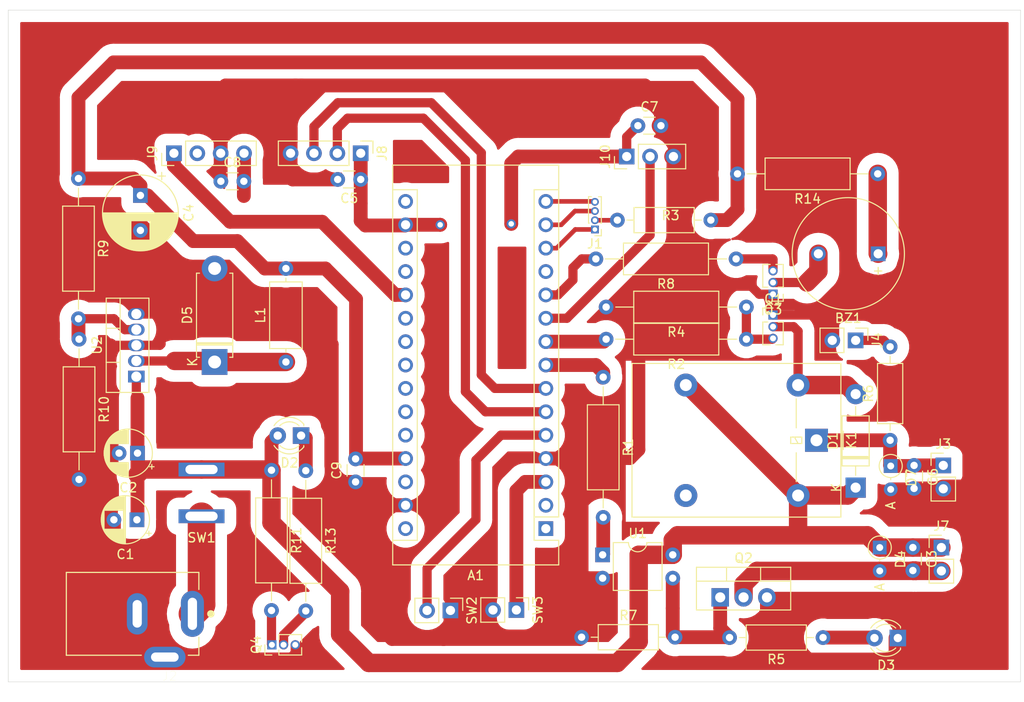
<source format=kicad_pcb>
(kicad_pcb (version 20171130) (host pcbnew "(5.1.7)-1")
  (layers (0 F.Cu signal) (31 B.Cu signal) (34 B.Paste user) (35 F.Paste user) (36 B.SilkS user) (37 F.SilkS user) (38 B.Mask user) (39 F.Mask user) (44 Edge.Cuts user))
  (net 0 "")
  (net 1 "Net-(A1-Pad16)")
  (net 2 "Net-(A1-Pad30)")
  (net 3 GND)
  (net 4 "Net-(A1-Pad28)")
  (net 5 "Net-(A1-Pad12)")
  (net 6 +5V)
  (net 7 BUZZER)
  (net 8 "Net-(A1-Pad26)")
  (net 9 RELAY_TUOI)
  (net 10 "Net-(A1-Pad25)")
  (net 11 "Net-(A1-Pad24)")
  (net 12 SIG_MOTOR)
  (net 13 "Net-(A1-Pad23)")
  (net 14 SIG_DHT)
  (net 15 "Net-(A1-Pad22)")
  (net 16 ZIG_RX)
  (net 17 "Net-(A1-Pad21)")
  (net 18 ZIG_TX)
  (net 19 A1)
  (net 20 "Net-(A1-Pad19)")
  (net 21 "Net-(A1-Pad18)")
  (net 22 "Net-(A1-Pad2)")
  (net 23 "Net-(A1-Pad1)")
  (net 24 "Net-(BZ1-Pad2)")
  (net 25 +12V)
  (net 26 "Net-(C3-Pad2)")
  (net 27 "Net-(D1-Pad2)")
  (net 28 "Net-(D3-Pad2)")
  (net 29 "Net-(D5-Pad1)")
  (net 30 "Net-(J2-Pad1)")
  (net 31 "Net-(J4-Pad1)")
  (net 32 "Net-(K1-Pad4)")
  (net 33 "Net-(Q1-Pad3)")
  (net 34 "Net-(Q2-Pad1)")
  (net 35 "Net-(Q3-Pad3)")
  (net 36 "Net-(R1-Pad2)")
  (net 37 "Net-(R10-Pad1)")
  (net 38 "Net-(J9-Pad2)")
  (net 39 "Net-(A1-Pad3)")
  (net 40 B)
  (net 41 G)
  (net 42 R)
  (net 43 "Net-(J1-Pad2)")
  (net 44 "Net-(A1-Pad5)")
  (net 45 +3V3)
  (net 46 "Net-(BZ1-Pad1)")
  (net 47 "Net-(C6-Pad1)")
  (net 48 "Net-(D2-Pad1)")
  (net 49 "Net-(Q4-Pad2)")
  (net 50 "Net-(Q4-Pad1)")
  (module Capacitor_THT:C_Disc_D3.0mm_W1.6mm_P2.50mm (layer F.Cu) (at 48.4 37.8)
    (fp_text reference C8 (at 1.25 -2.05) (layer F.SilkS))
    (fp_text value 104)
    (pad 2 thru_hole circle (at 2.5 0) (size 1.6 1.6) (drill 0.8) (layers *.Cu *.Mask) (net 45 +3V3))
    (pad 1 thru_hole circle (at 0 0) (size 1.6 1.6) (drill 0.8) (layers *.Cu *.Mask) (net 3 GND))
  )
  (module Buzzer_Beeper:MagneticBuzzer_ProSignal_ABT-410-RC (layer F.Cu) (at 119.8336 45.6768 180)
    (fp_text reference BZ1 (at 3.25 -7) (layer F.SilkS))
    (fp_text value Buzzer)
    (fp_text user + (at 0 -1.8) (layer F.SilkS))
    (pad 2 thru_hole circle (at 6.5 0 180) (size 1.6 1.6) (drill 1) (layers *.Cu *.Mask) (net 24 "Net-(BZ1-Pad2)"))
    (pad 1 thru_hole rect (at 0 0 180) (size 1.6 1.6) (drill 1) (layers *.Cu *.Mask) (net 46 "Net-(BZ1-Pad1)"))
  )
  (module Capacitor_THT:C_Disc_D3.0mm_W1.6mm_P2.50mm (layer F.Cu) (at 93.7224 31.7576)
    (fp_text reference C7 (at 1.25 -2.05) (layer F.SilkS))
    (fp_text value 104)
    (pad 2 thru_hole circle (at 2.5 0) (size 1.6 1.6) (drill 0.8) (layers *.Cu *.Mask) (net 3 GND))
    (pad 1 thru_hole circle (at 0 0) (size 1.6 1.6) (drill 0.8) (layers *.Cu *.Mask) (net 45 +3V3))
  )
  (module Capacitor_THT:C_Disc_D3.0mm_W1.6mm_P2.50mm (layer F.Cu) (at 63.598 37.5996 180)
    (fp_text reference C5 (at 1.25 -2.05) (layer F.SilkS))
    (fp_text value 104)
    (pad 2 thru_hole circle (at 2.5 0 180) (size 1.6 1.6) (drill 0.8) (layers *.Cu *.Mask) (net 3 GND))
    (pad 1 thru_hole circle (at 0 0 180) (size 1.6 1.6) (drill 0.8) (layers *.Cu *.Mask) (net 45 +3V3))
  )
  (module Resistor_THT:R_Axial_DIN0207_L6.3mm_D2.5mm_P10.16mm_Horizontal (layer F.Cu) (at 101.6472 42.0192 180)
    (fp_text reference R3 (at 4.376 0.509) (layer F.SilkS))
    (fp_text value 220)
    (pad 2 thru_hole oval (at 10.16 0 180) (size 1.6 1.6) (drill 0.8) (layers *.Cu *.Mask) (net 43 "Net-(J1-Pad2)"))
    (pad 1 thru_hole circle (at 0 0 180) (size 1.6 1.6) (drill 0.8) (layers *.Cu *.Mask) (net 6 +5V))
  )
  (module Connector_PinHeader_1.00mm:PinHeader_1x04_P1.00mm_Vertical (layer F.Cu) (at 89.0488 43.0352 180)
    (fp_text reference J1 (at 0 -1.56) (layer F.SilkS))
    (fp_text value RGB)
    (pad 4 thru_hole oval (at 0 3 180) (size 0.85 0.85) (drill 0.5) (layers *.Cu *.Mask) (net 40 B))
    (pad 3 thru_hole oval (at 0 2 180) (size 0.85 0.85) (drill 0.5) (layers *.Cu *.Mask) (net 41 G))
    (pad 2 thru_hole oval (at 0 1 180) (size 0.85 0.85) (drill 0.5) (layers *.Cu *.Mask) (net 43 "Net-(J1-Pad2)"))
    (pad 1 thru_hole rect (at 0 0 180) (size 0.85 0.85) (drill 0.5) (layers *.Cu *.Mask) (net 42 R))
  )
  (module Connector_PinHeader_2.54mm:PinHeader_1x03_P2.54mm_Vertical (layer F.Cu) (at 92.5032 35.1104 90)
    (fp_text reference J10 (at 0 -2.33 90) (layer F.SilkS))
    (fp_text value DHT)
    (pad 3 thru_hole oval (at 0 5.08 90) (size 1.7 1.7) (drill 1) (layers *.Cu *.Mask) (net 3 GND))
    (pad 2 thru_hole oval (at 0 2.54 90) (size 1.7 1.7) (drill 1) (layers *.Cu *.Mask) (net 14 SIG_DHT))
    (pad 1 thru_hole rect (at 0 0 90) (size 1.7 1.7) (drill 1) (layers *.Cu *.Mask) (net 45 +3V3))
  )
  (module Capacitor_THT:C_Disc_D3.0mm_W1.6mm_P2.50mm (layer F.Cu) (at 63.0392 70.4672 90)
    (fp_text reference C9 (at 1.25 -2.05 90) (layer F.SilkS))
    (fp_text value 104)
    (pad 2 thru_hole circle (at 2.5 0 90) (size 1.6 1.6) (drill 0.8) (layers *.Cu *.Mask) (net 6 +5V))
    (pad 1 thru_hole circle (at 0 0 90) (size 1.6 1.6) (drill 0.8) (layers *.Cu *.Mask) (net 3 GND))
  )
  (module Connector_PinHeader_1.27mm:PinHeader_1x03_P1.27mm_Vertical (layer F.Cu) (at 108.4036 50.071 180)
    (fp_text reference Q3 (at 0 -1.695) (layer F.SilkS))
    (fp_text value 2SC1815)
    (pad 3 thru_hole oval (at 0 2.54 180) (size 1 1) (drill 0.65) (layers *.Cu *.Mask) (net 35 "Net-(Q3-Pad3)"))
    (pad 2 thru_hole oval (at 0 1.27 180) (size 1 1) (drill 0.65) (layers *.Cu *.Mask) (net 24 "Net-(BZ1-Pad2)"))
    (pad 1 thru_hole rect (at 0 0 180) (size 1 1) (drill 0.65) (layers *.Cu *.Mask) (net 3 GND))
  )
  (module Capacitor_THT:C_Disc_D3.0mm_W1.6mm_P2.50mm (layer F.Cu) (at 123.7325 68.6765 270)
    (fp_text reference C6 (at 1.25 -2.05 90) (layer F.SilkS))
    (fp_text value 104)
    (pad 2 thru_hole circle (at 2.5 0 270) (size 1.6 1.6) (drill 0.8) (layers *.Cu *.Mask) (net 3 GND))
    (pad 1 thru_hole circle (at 0 0 270) (size 1.6 1.6) (drill 0.8) (layers *.Cu *.Mask) (net 47 "Net-(C6-Pad1)"))
  )
  (module Connector_PinHeader_1.27mm:PinHeader_1x03_P1.27mm_Vertical (layer F.Cu) (at 108.4036 52.3316)
    (fp_text reference Q1 (at 0.0508 -1.7272) (layer F.SilkS))
    (fp_text value 2SC1815)
    (pad 3 thru_hole oval (at 0 2.54) (size 1 1) (drill 0.65) (layers *.Cu *.Mask) (net 33 "Net-(Q1-Pad3)"))
    (pad 2 thru_hole oval (at 0 1.27) (size 1 1) (drill 0.65) (layers *.Cu *.Mask) (net 27 "Net-(D1-Pad2)"))
    (pad 1 thru_hole rect (at 0 0) (size 1 1) (drill 0.65) (layers *.Cu *.Mask) (net 3 GND))
  )
  (module Capacitor_THT:C_Disc_D3.0mm_W1.6mm_P2.50mm (layer F.Cu) (at 123.6 77.6 270)
    (fp_text reference C3 (at 1.25 -2.05 90) (layer F.SilkS))
    (fp_text value 104)
    (pad 2 thru_hole circle (at 2.5 0 270) (size 1.6 1.6) (drill 0.8) (layers *.Cu *.Mask) (net 26 "Net-(C3-Pad2)"))
    (pad 1 thru_hole circle (at 0 0 270) (size 1.6 1.6) (drill 0.8) (layers *.Cu *.Mask) (net 25 +12V))
  )
  (module Capacitor_THT:CP_Radial_D5.0mm_P2.00mm (layer F.Cu) (at 39.341 67.343 180)
    (fp_text reference C2 (at 1 -3.75) (layer F.SilkS))
    (fp_text value 10uF)
    (pad 2 thru_hole circle (at 2 0 180) (size 1.6 1.6) (drill 0.8) (layers *.Cu *.Mask) (net 3 GND))
    (pad 1 thru_hole rect (at 0 0 180) (size 1.6 1.6) (drill 0.8) (layers *.Cu *.Mask) (net 25 +12V))
  )
  (module Connector_PinHeader_2.54mm:PinHeader_1x02_P2.54mm_Vertical (layer F.Cu) (at 46.3 74.2 180)
    (fp_text reference SW1 (at 0 -2.33 180) (layer F.SilkS))
    (fp_text value NGUON)
    (pad 1 thru_hole rect (at 0 0 180) (size 5 1.5) (drill oval 3.5 1) (layers *.Cu *.Mask) (net 30 "Net-(J2-Pad1)"))
    (pad 2 thru_hole rect (at 0 5.08 180) (size 5 1.5) (drill oval 3.5 1) (layers *.Cu *.Mask) (net 25 +12V))
  )
  (module Package_TO_SOT_THT:TO-220-5_Vertical (layer F.Cu) (at 39.214 59.0245 90)
    (fp_text reference U2 (at 3.4 -4.27 90) (layer F.SilkS))
    (fp_text value LM2576HVS-AJD)
    (pad 5 thru_hole oval (at 6.8 0 90) (size 1.275 1.8) (drill 1.1) (layers *.Cu *.Mask) (net 3 GND))
    (pad 4 thru_hole oval (at 5.1 0 90) (size 1.275 1.8) (drill 1.1) (layers *.Cu *.Mask) (net 37 "Net-(R10-Pad1)"))
    (pad 3 thru_hole oval (at 3.4 0 90) (size 1.275 1.8) (drill 1.1) (layers *.Cu *.Mask) (net 3 GND))
    (pad 2 thru_hole oval (at 1.7 0 90) (size 1.275 1.8) (drill 1.1) (layers *.Cu *.Mask) (net 29 "Net-(D5-Pad1)"))
    (pad 1 thru_hole rect (at 0 0 90) (size 1.275 1.8) (drill 1.1) (layers *.Cu *.Mask) (net 25 +12V))
  )
  (module Package_DIP:DIP-4_W7.62mm (layer F.Cu) (at 89.887 78.392)
    (fp_text reference U1 (at 3.81 -2.33) (layer F.SilkS))
    (fp_text value PC817)
    (pad 4 thru_hole oval (at 7.62 0) (size 1.6 1.6) (drill 0.8) (layers *.Cu *.Mask) (net 25 +12V))
    (pad 2 thru_hole oval (at 0 2.54) (size 1.6 1.6) (drill 0.8) (layers *.Cu *.Mask) (net 3 GND))
    (pad 3 thru_hole oval (at 7.62 2.54) (size 1.6 1.6) (drill 0.8) (layers *.Cu *.Mask) (net 34 "Net-(Q2-Pad1)"))
    (pad 1 thru_hole rect (at 0 0) (size 1.6 1.6) (drill 0.8) (layers *.Cu *.Mask) (net 36 "Net-(R1-Pad2)"))
  )
  (module Connector_PinHeader_2.54mm:PinHeader_1x02_P2.54mm_Vertical (layer F.Cu) (at 80.5144 84.3864 270)
    (fp_text reference SW3 (at 0 -2.33 90) (layer F.SilkS))
    (fp_text value RST)
    (pad 2 thru_hole oval (at 0 2.54 270) (size 1.7 1.7) (drill 1) (layers *.Cu *.Mask) (net 3 GND))
    (pad 1 thru_hole rect (at 0 0 270) (size 1.7 1.7) (drill 1) (layers *.Cu *.Mask) (net 39 "Net-(A1-Pad3)"))
  )
  (module Connector_PinHeader_2.54mm:PinHeader_1x02_P2.54mm_Vertical (layer F.Cu) (at 73.3516 84.4372 270)
    (fp_text reference SW2 (at 0 -2.33 90) (layer F.SilkS))
    (fp_text value CLEAR_EPR)
    (pad 2 thru_hole oval (at 0 2.54 270) (size 1.7 1.7) (drill 1) (layers *.Cu *.Mask) (net 44 "Net-(A1-Pad5)"))
    (pad 1 thru_hole rect (at 0 0 270) (size 1.7 1.7) (drill 1) (layers *.Cu *.Mask) (net 3 GND))
  )
  (module Resistor_THT:R_Axial_DIN0309_L9.0mm_D3.2mm_P15.24mm_Horizontal (layer F.Cu) (at 119.7828 36.99 180)
    (fp_text reference R14 (at 7.62 -2.72) (layer F.SilkS))
    (fp_text value 10R)
    (pad 2 thru_hole oval (at 15.24 0 180) (size 1.6 1.6) (drill 0.8) (layers *.Cu *.Mask) (net 6 +5V))
    (pad 1 thru_hole circle (at 0 0 180) (size 1.6 1.6) (drill 0.8) (layers *.Cu *.Mask) (net 46 "Net-(BZ1-Pad1)"))
  )
  (module Resistor_THT:R_Axial_DIN0309_L9.0mm_D3.2mm_P15.24mm_Horizontal (layer F.Cu) (at 57.629 69.248 270)
    (fp_text reference R13 (at 7.62 -2.72 90) (layer F.SilkS))
    (fp_text value 470)
    (pad 2 thru_hole oval (at 15.24 0 270) (size 1.6 1.6) (drill 0.8) (layers *.Cu *.Mask) (net 49 "Net-(Q4-Pad2)"))
    (pad 1 thru_hole circle (at 0 0 270) (size 1.6 1.6) (drill 0.8) (layers *.Cu *.Mask) (net 48 "Net-(D2-Pad1)"))
  )
  (module Resistor_THT:R_Axial_DIN0309_L9.0mm_D3.2mm_P15.24mm_Horizontal (layer F.Cu) (at 53.903 69.2 270)
    (fp_text reference R11 (at 7.62 -2.72 90) (layer F.SilkS))
    (fp_text value 1K)
    (pad 2 thru_hole oval (at 15.24 0 270) (size 1.6 1.6) (drill 0.8) (layers *.Cu *.Mask) (net 50 "Net-(Q4-Pad1)"))
    (pad 1 thru_hole circle (at 0 0 270) (size 1.6 1.6) (drill 0.8) (layers *.Cu *.Mask) (net 25 +12V))
  )
  (module Resistor_THT:R_Axial_DIN0309_L9.0mm_D3.2mm_P15.24mm_Horizontal (layer F.Cu) (at 32.991 54.9605 270)
    (fp_text reference R10 (at 7.62 -2.72 90) (layer F.SilkS))
    (fp_text value 1K)
    (pad 2 thru_hole oval (at 15.24 0 270) (size 1.6 1.6) (drill 0.8) (layers *.Cu *.Mask) (net 3 GND))
    (pad 1 thru_hole circle (at 0 0 270) (size 1.6 1.6) (drill 0.8) (layers *.Cu *.Mask) (net 37 "Net-(R10-Pad1)"))
  )
  (module Resistor_THT:R_Axial_DIN0309_L9.0mm_D3.2mm_P15.24mm_Horizontal (layer F.Cu) (at 32.9275 37.498 270)
    (fp_text reference R9 (at 7.62 -2.72 90) (layer F.SilkS))
    (fp_text value 3K)
    (pad 2 thru_hole oval (at 15.24 0 270) (size 1.6 1.6) (drill 0.8) (layers *.Cu *.Mask) (net 37 "Net-(R10-Pad1)"))
    (pad 1 thru_hole circle (at 0 0 270) (size 1.6 1.6) (drill 0.8) (layers *.Cu *.Mask) (net 6 +5V))
  )
  (module Resistor_THT:R_Axial_DIN0309_L9.0mm_D3.2mm_P15.24mm_Horizontal (layer F.Cu) (at 104.3904 46.2356 180)
    (fp_text reference R8 (at 7.62 -2.72) (layer F.SilkS))
    (fp_text value 1K)
    (pad 2 thru_hole oval (at 15.24 0 180) (size 1.6 1.6) (drill 0.8) (layers *.Cu *.Mask) (net 7 BUZZER))
    (pad 1 thru_hole circle (at 0 0 180) (size 1.6 1.6) (drill 0.8) (layers *.Cu *.Mask) (net 35 "Net-(Q3-Pad3)"))
  )
  (module Resistor_THT:R_Axial_DIN0207_L6.3mm_D2.5mm_P10.16mm_Horizontal (layer F.Cu) (at 87.601 87.3455)
    (fp_text reference R7 (at 5.08 -2.37) (layer F.SilkS))
    (fp_text value 1K)
    (pad 2 thru_hole oval (at 10.16 0) (size 1.6 1.6) (drill 0.8) (layers *.Cu *.Mask) (net 34 "Net-(Q2-Pad1)"))
    (pad 1 thru_hole circle (at 0 0) (size 1.6 1.6) (drill 0.8) (layers *.Cu *.Mask) (net 3 GND))
  )
  (module Resistor_THT:R_Axial_DIN0207_L6.3mm_D2.5mm_P10.16mm_Horizontal (layer F.Cu) (at 121.129 65.946 90)
    (fp_text reference R6 (at 5.08 -2.37 90) (layer F.SilkS))
    (fp_text value 470)
    (pad 2 thru_hole oval (at 10.16 0 90) (size 1.6 1.6) (drill 0.8) (layers *.Cu *.Mask) (net 31 "Net-(J4-Pad1)"))
    (pad 1 thru_hole circle (at 0 0 90) (size 1.6 1.6) (drill 0.8) (layers *.Cu *.Mask) (net 47 "Net-(C6-Pad1)"))
  )
  (module Resistor_THT:R_Axial_DIN0207_L6.3mm_D2.5mm_P10.16mm_Horizontal (layer F.Cu) (at 113.8392 87.3836 180)
    (fp_text reference R5 (at 5.08 -2.37) (layer F.SilkS))
    (fp_text value 470)
    (pad 2 thru_hole oval (at 10.16 0 180) (size 1.6 1.6) (drill 0.8) (layers *.Cu *.Mask) (net 34 "Net-(Q2-Pad1)"))
    (pad 1 thru_hole circle (at 0 0 180) (size 1.6 1.6) (drill 0.8) (layers *.Cu *.Mask) (net 28 "Net-(D3-Pad2)"))
  )
  (module Resistor_THT:R_Axial_DIN0309_L9.0mm_D3.2mm_P15.24mm_Horizontal (layer F.Cu) (at 105.508 51.468 180)
    (fp_text reference R4 (at 7.62 -2.72) (layer F.SilkS))
    (fp_text value 10K)
    (pad 2 thru_hole oval (at 15.24 0 180) (size 1.6 1.6) (drill 0.8) (layers *.Cu *.Mask) (net 3 GND))
    (pad 1 thru_hole circle (at 0 0 180) (size 1.6 1.6) (drill 0.8) (layers *.Cu *.Mask) (net 33 "Net-(Q1-Pad3)"))
  )
  (module Resistor_THT:R_Axial_DIN0309_L9.0mm_D3.2mm_P15.24mm_Horizontal (layer F.Cu) (at 105.508 54.9605 180)
    (fp_text reference R2 (at 7.62 -2.72) (layer F.SilkS))
    (fp_text value 100)
    (pad 2 thru_hole oval (at 15.24 0 180) (size 1.6 1.6) (drill 0.8) (layers *.Cu *.Mask) (net 9 RELAY_TUOI))
    (pad 1 thru_hole circle (at 0 0 180) (size 1.6 1.6) (drill 0.8) (layers *.Cu *.Mask) (net 33 "Net-(Q1-Pad3)"))
  )
  (module Resistor_THT:R_Axial_DIN0309_L9.0mm_D3.2mm_P15.24mm_Horizontal (layer F.Cu) (at 89.9505 59.088 270)
    (fp_text reference R1 (at 7.62 -2.72 90) (layer F.SilkS))
    (fp_text value 220)
    (pad 2 thru_hole oval (at 15.24 0 270) (size 1.6 1.6) (drill 0.8) (layers *.Cu *.Mask) (net 36 "Net-(R1-Pad2)"))
    (pad 1 thru_hole circle (at 0 0 270) (size 1.6 1.6) (drill 0.8) (layers *.Cu *.Mask) (net 12 SIG_MOTOR))
  )
  (module Connector_PinHeader_1.27mm:PinHeader_1x03_P1.27mm_Vertical (layer F.Cu) (at 53.946 88.171 90)
    (fp_text reference Q4 (at 0 -1.695 90) (layer F.SilkS))
    (fp_text value 2SC1815)
    (pad 3 thru_hole oval (at 0 2.54 90) (size 1 1) (drill 0.65) (layers *.Cu *.Mask) (net 3 GND))
    (pad 2 thru_hole oval (at 0 1.27 90) (size 1 1) (drill 0.65) (layers *.Cu *.Mask) (net 49 "Net-(Q4-Pad2)"))
    (pad 1 thru_hole rect (at 0 0 90) (size 1 1) (drill 0.65) (layers *.Cu *.Mask) (net 50 "Net-(Q4-Pad1)"))
  )
  (module Package_TO_SOT_THT:TO-220-3_Vertical (layer F.Cu) (at 102.6632 83.0148)
    (fp_text reference Q2 (at 2.54 -4.27) (layer F.SilkS))
    (fp_text value IRF540N)
    (pad 3 thru_hole oval (at 5.08 0) (size 1.905 2) (drill 1.1) (layers *.Cu *.Mask) (net 3 GND))
    (pad 2 thru_hole oval (at 2.54 0) (size 1.905 2) (drill 1.1) (layers *.Cu *.Mask) (net 26 "Net-(C3-Pad2)"))
    (pad 1 thru_hole rect (at 0 0) (size 1.905 2) (drill 1.1) (layers *.Cu *.Mask) (net 34 "Net-(Q2-Pad1)"))
  )
  (module Inductor_THT:L_Axial_L7.0mm_D3.3mm_P10.16mm_Horizontal_Fastron_MICC (layer F.Cu) (at 55.47 57.437 90)
    (fp_text reference L1 (at 5.08 -2.77 90) (layer F.SilkS))
    (fp_text value 100uH/3A)
    (pad 2 thru_hole oval (at 10.16 0 90) (size 1.6 1.6) (drill 0.8) (layers *.Cu *.Mask) (net 6 +5V))
    (pad 1 thru_hole circle (at 0 0 90) (size 1.6 1.6) (drill 0.8) (layers *.Cu *.Mask) (net 29 "Net-(D5-Pad1)"))
  )
  (module Relay_THT:Relay_SPDT_Omron-G5LE-1 (layer F.Cu) (at 113.128 65.946 270)
    (fp_text reference K1 (at 0 -3.8 90) (layer F.SilkS))
    (fp_text value G5LE-1)
    (pad 5 thru_hole oval (at 6 2 270) (size 2.5 2.5) (drill 1.3) (layers *.Cu *.Mask) (net 25 +12V))
    (pad 4 thru_hole oval (at 6 14.2 270) (size 2.5 2.5) (drill 1.3) (layers *.Cu *.Mask) (net 32 "Net-(K1-Pad4)"))
    (pad 3 thru_hole oval (at -6 14.2 270) (size 2.5 2.5) (drill 1.3) (layers *.Cu *.Mask) (net 25 +12V))
    (pad 2 thru_hole oval (at -6 2 270) (size 2.5 2.5) (drill 1.3) (layers *.Cu *.Mask) (net 27 "Net-(D1-Pad2)"))
    (pad 1 thru_hole rect (at 0 0 270) (size 2.5 2.5) (drill 1.3) (layers *.Cu *.Mask) (net 47 "Net-(C6-Pad1)"))
  )
  (module Connector_PinHeader_2.54mm:PinHeader_1x04_P2.54mm_Vertical (layer F.Cu) (at 43.3 34.7548 90)
    (fp_text reference J9 (at 0 -2.33 90) (layer F.SilkS))
    (fp_text value DAT)
    (pad 4 thru_hole oval (at 0 7.62 90) (size 1.7 1.7) (drill 1) (layers *.Cu *.Mask) (net 45 +3V3))
    (pad 3 thru_hole oval (at 0 5.08 90) (size 1.7 1.7) (drill 1) (layers *.Cu *.Mask) (net 3 GND))
    (pad 2 thru_hole oval (at 0 2.54 90) (size 1.7 1.7) (drill 1) (layers *.Cu *.Mask) (net 38 "Net-(J9-Pad2)"))
    (pad 1 thru_hole rect (at 0 0 90) (size 1.7 1.7) (drill 1) (layers *.Cu *.Mask) (net 19 A1))
  )
  (module Connector_PinHeader_2.54mm:PinHeader_1x04_P2.54mm_Vertical (layer F.Cu) (at 63.598 34.7548 270)
    (fp_text reference J8 (at 0 -2.33 90) (layer F.SilkS))
    (fp_text value zigbee)
    (pad 4 thru_hole oval (at 0 7.62 270) (size 1.7 1.7) (drill 1) (layers *.Cu *.Mask) (net 3 GND))
    (pad 3 thru_hole oval (at 0 5.08 270) (size 1.7 1.7) (drill 1) (layers *.Cu *.Mask) (net 16 ZIG_RX))
    (pad 2 thru_hole oval (at 0 2.54 270) (size 1.7 1.7) (drill 1) (layers *.Cu *.Mask) (net 18 ZIG_TX))
    (pad 1 thru_hole rect (at 0 0 270) (size 1.7 1.7) (drill 1) (layers *.Cu *.Mask) (net 45 +3V3))
  )
  (module Connector_PinHeader_2.54mm:PinHeader_1x02_P2.54mm_Vertical (layer F.Cu) (at 126.7 77.6)
    (fp_text reference J7 (at 0 -2.33) (layer F.SilkS))
    (fp_text value MOTOR)
    (pad 2 thru_hole oval (at 0 2.54) (size 1.7 1.7) (drill 1) (layers *.Cu *.Mask) (net 26 "Net-(C3-Pad2)"))
    (pad 1 thru_hole rect (at 0 0) (size 1.7 1.7) (drill 1) (layers *.Cu *.Mask) (net 25 +12V))
  )
  (module Connector_PinHeader_2.54mm:PinHeader_1x02_P2.54mm_Vertical (layer F.Cu) (at 117.3825 55.0875 270)
    (fp_text reference J4 (at 0 -2.33 90) (layer F.SilkS))
    (fp_text value LED_TUOI)
    (pad 2 thru_hole oval (at 0 2.54 270) (size 1.7 1.7) (drill 1) (layers *.Cu *.Mask) (net 3 GND))
    (pad 1 thru_hole rect (at 0 0 270) (size 1.7 1.7) (drill 1) (layers *.Cu *.Mask) (net 31 "Net-(J4-Pad1)"))
  )
  (module Connector_PinHeader_2.54mm:PinHeader_1x02_P2.54mm_Vertical (layer F.Cu) (at 126.9075 68.6765)
    (fp_text reference J3 (at 0 -2.33) (layer F.SilkS))
    (fp_text value MOTOR_DC)
    (pad 2 thru_hole oval (at 0 2.54) (size 1.7 1.7) (drill 1) (layers *.Cu *.Mask) (net 3 GND))
    (pad 1 thru_hole rect (at 0 0) (size 1.7 1.7) (drill 1) (layers *.Cu *.Mask) (net 47 "Net-(C6-Pad1)"))
  )
  (module jack_dc:jack_DC (layer F.Cu) (at 45.31 84.8055 180)
    (fp_text reference J2 (at 2.487052 -6.770615) (layer F.SilkS) (effects (font (size 1.000827 1.000827) (thickness 0.015))))
    (fp_text value "POWER _ 12V")
    (pad 3 thru_hole oval (at 3 -4.7 180) (size 4.5 2.25) (drill oval 3 1) (layers *.Cu *.Mask) (net 3 GND))
    (pad 2 thru_hole oval (at 6 0 180) (size 2.25 4.5) (drill oval 1 3) (layers *.Cu *.Mask) (net 3 GND))
    (pad 1 thru_hole oval (at 0 0 180) (size 2.5 5) (drill oval 1 3.5) (layers *.Cu *.Mask) (net 30 "Net-(J2-Pad1)"))
  )
  (module Diode_THT:D_DO-34_SOD68_P2.54mm_Vertical_AnodeUp (layer F.Cu) (at 121.1925 68.74 270)
    (fp_text reference D7 (at 1.27 -2.25566 90) (layer F.SilkS))
    (fp_text value 1N4148)
    (fp_text user A (at 4.29 0 90) (layer F.SilkS))
    (pad 2 thru_hole oval (at 2.54 0 270) (size 1.5 1.5) (drill 0.75) (layers *.Cu *.Mask) (net 3 GND))
    (pad 1 thru_hole rect (at 0 0 270) (size 1.5 1.5) (drill 0.75) (layers *.Cu *.Mask) (net 47 "Net-(C6-Pad1)"))
  )
  (module Diode_THT:D_5W_P10.16mm_Horizontal (layer F.Cu) (at 47.723 57.437 90)
    (fp_text reference D5 (at 5.08 -2.97 90) (layer F.SilkS))
    (fp_text value 1N5822)
    (fp_text user K (at 0 -2.4 90) (layer F.SilkS))
    (pad 2 thru_hole oval (at 10.16 0 90) (size 2.8 2.8) (drill 1.4) (layers *.Cu *.Mask) (net 3 GND))
    (pad 1 thru_hole rect (at 0 0 90) (size 2.8 2.8) (drill 1.4) (layers *.Cu *.Mask) (net 29 "Net-(D5-Pad1)"))
  )
  (module Diode_THT:D_DO-34_SOD68_P2.54mm_Vertical_AnodeUp (layer F.Cu) (at 120 77.6 270)
    (fp_text reference D4 (at 1.27 -2.25566 90) (layer F.SilkS))
    (fp_text value 1N4148)
    (fp_text user A (at 4.29 0 90) (layer F.SilkS))
    (pad 2 thru_hole oval (at 2.54 0 270) (size 1.5 1.5) (drill 0.75) (layers *.Cu *.Mask) (net 26 "Net-(C3-Pad2)"))
    (pad 1 thru_hole rect (at 0 0 270) (size 1.5 1.5) (drill 0.75) (layers *.Cu *.Mask) (net 25 +12V))
  )
  (module LED_THT:LED_D3.0mm (layer F.Cu) (at 121.9672 87.4344 180)
    (fp_text reference D3 (at 1.27 -2.96) (layer F.SilkS))
    (fp_text value LED_PHUN)
    (pad 2 thru_hole circle (at 2.54 0 180) (size 1.8 1.8) (drill 0.9) (layers *.Cu *.Mask) (net 28 "Net-(D3-Pad2)"))
    (pad 1 thru_hole rect (at 0 0 180) (size 1.8 1.8) (drill 0.9) (layers *.Cu *.Mask) (net 3 GND))
  )
  (module LED_THT:LED_D3.0mm (layer F.Cu) (at 57.121 65.438 180)
    (fp_text reference D2 (at 1.27 -2.96) (layer F.SilkS))
    (fp_text value LED_Nguon)
    (pad 2 thru_hole circle (at 2.54 0 180) (size 1.8 1.8) (drill 0.9) (layers *.Cu *.Mask) (net 25 +12V))
    (pad 1 thru_hole rect (at 0 0 180) (size 1.8 1.8) (drill 0.9) (layers *.Cu *.Mask) (net 48 "Net-(D2-Pad1)"))
  )
  (module Diode_THT:D_DO-41_SOD81_P10.16mm_Horizontal (layer F.Cu) (at 117.3825 71.0895 90)
    (fp_text reference D1 (at 5.08 -2.47 90) (layer F.SilkS))
    (fp_text value 1N4148)
    (fp_text user K (at 0 -2.1 90) (layer F.SilkS))
    (pad 2 thru_hole oval (at 10.16 0 90) (size 2.2 2.2) (drill 1.1) (layers *.Cu *.Mask) (net 27 "Net-(D1-Pad2)"))
    (pad 1 thru_hole rect (at 0 0 90) (size 2.2 2.2) (drill 1.1) (layers *.Cu *.Mask) (net 25 +12V))
  )
  (module Capacitor_THT:CP_Radial_D8.0mm_P3.80mm (layer F.Cu) (at 39.6585 39.3395 270)
    (fp_text reference C4 (at 1.9 -5.25 90) (layer F.SilkS))
    (fp_text value 1000uF)
    (pad 2 thru_hole circle (at 3.8 0 270) (size 1.6 1.6) (drill 0.8) (layers *.Cu *.Mask) (net 3 GND))
    (pad 1 thru_hole rect (at 0 0 270) (size 1.6 1.6) (drill 0.8) (layers *.Cu *.Mask) (net 6 +5V))
  )
  (module Capacitor_THT:CP_Radial_D5.0mm_P2.50mm (layer F.Cu) (at 39.2775 74.582 180)
    (fp_text reference C1 (at 1.25 -3.75) (layer F.SilkS))
    (fp_text value 100uF)
    (pad 2 thru_hole circle (at 2.5 0 180) (size 1.6 1.6) (drill 0.8) (layers *.Cu *.Mask) (net 3 GND))
    (pad 1 thru_hole rect (at 0 0 180) (size 1.6 1.6) (drill 0.8) (layers *.Cu *.Mask) (net 25 +12V))
  )
  (module Module:Arduino_Nano (layer F.Cu) (at 83.7148 75.5472 180)
    (fp_text reference A1 (at 7.62 -5.08) (layer F.SilkS))
    (fp_text value Arduino_Nano_v3.x)
    (pad 16 thru_hole oval (at 15.24 35.56 180) (size 1.6 1.6) (drill 1) (layers *.Cu *.Mask) (net 1 "Net-(A1-Pad16)"))
    (pad 15 thru_hole oval (at 0 35.56 180) (size 1.6 1.6) (drill 1) (layers *.Cu *.Mask) (net 40 B))
    (pad 30 thru_hole oval (at 15.24 0 180) (size 1.6 1.6) (drill 1) (layers *.Cu *.Mask) (net 2 "Net-(A1-Pad30)"))
    (pad 14 thru_hole oval (at 0 33.02 180) (size 1.6 1.6) (drill 1) (layers *.Cu *.Mask) (net 41 G))
    (pad 29 thru_hole oval (at 15.24 2.54 180) (size 1.6 1.6) (drill 1) (layers *.Cu *.Mask) (net 3 GND))
    (pad 13 thru_hole oval (at 0 30.48 180) (size 1.6 1.6) (drill 1) (layers *.Cu *.Mask) (net 42 R))
    (pad 28 thru_hole oval (at 15.24 5.08 180) (size 1.6 1.6) (drill 1) (layers *.Cu *.Mask) (net 4 "Net-(A1-Pad28)"))
    (pad 12 thru_hole oval (at 0 27.94 180) (size 1.6 1.6) (drill 1) (layers *.Cu *.Mask) (net 5 "Net-(A1-Pad12)"))
    (pad 27 thru_hole oval (at 15.24 7.62 180) (size 1.6 1.6) (drill 1) (layers *.Cu *.Mask) (net 6 +5V))
    (pad 11 thru_hole oval (at 0 25.4 180) (size 1.6 1.6) (drill 1) (layers *.Cu *.Mask) (net 7 BUZZER))
    (pad 26 thru_hole oval (at 15.24 10.16 180) (size 1.6 1.6) (drill 1) (layers *.Cu *.Mask) (net 8 "Net-(A1-Pad26)"))
    (pad 10 thru_hole oval (at 0 22.86 180) (size 1.6 1.6) (drill 1) (layers *.Cu *.Mask) (net 14 SIG_DHT))
    (pad 25 thru_hole oval (at 15.24 12.7 180) (size 1.6 1.6) (drill 1) (layers *.Cu *.Mask) (net 10 "Net-(A1-Pad25)"))
    (pad 9 thru_hole oval (at 0 20.32 180) (size 1.6 1.6) (drill 1) (layers *.Cu *.Mask) (net 9 RELAY_TUOI))
    (pad 24 thru_hole oval (at 15.24 15.24 180) (size 1.6 1.6) (drill 1) (layers *.Cu *.Mask) (net 11 "Net-(A1-Pad24)"))
    (pad 8 thru_hole oval (at 0 17.78 180) (size 1.6 1.6) (drill 1) (layers *.Cu *.Mask) (net 12 SIG_MOTOR))
    (pad 23 thru_hole oval (at 15.24 17.78 180) (size 1.6 1.6) (drill 1) (layers *.Cu *.Mask) (net 13 "Net-(A1-Pad23)"))
    (pad 7 thru_hole oval (at 0 15.24 180) (size 1.6 1.6) (drill 1) (layers *.Cu *.Mask) (net 16 ZIG_RX))
    (pad 22 thru_hole oval (at 15.24 20.32 180) (size 1.6 1.6) (drill 1) (layers *.Cu *.Mask) (net 15 "Net-(A1-Pad22)"))
    (pad 6 thru_hole oval (at 0 12.7 180) (size 1.6 1.6) (drill 1) (layers *.Cu *.Mask) (net 18 ZIG_TX))
    (pad 21 thru_hole oval (at 15.24 22.86 180) (size 1.6 1.6) (drill 1) (layers *.Cu *.Mask) (net 17 "Net-(A1-Pad21)"))
    (pad 5 thru_hole oval (at 0 10.16 180) (size 1.6 1.6) (drill 1) (layers *.Cu *.Mask) (net 44 "Net-(A1-Pad5)"))
    (pad 20 thru_hole oval (at 15.24 25.4 180) (size 1.6 1.6) (drill 1) (layers *.Cu *.Mask) (net 19 A1))
    (pad 4 thru_hole oval (at 0 7.62 180) (size 1.6 1.6) (drill 1) (layers *.Cu *.Mask) (net 3 GND))
    (pad 19 thru_hole oval (at 15.24 27.94 180) (size 1.6 1.6) (drill 1) (layers *.Cu *.Mask) (net 20 "Net-(A1-Pad19)"))
    (pad 3 thru_hole oval (at 0 5.08 180) (size 1.6 1.6) (drill 1) (layers *.Cu *.Mask) (net 39 "Net-(A1-Pad3)"))
    (pad 18 thru_hole oval (at 15.24 30.48 180) (size 1.6 1.6) (drill 1) (layers *.Cu *.Mask) (net 21 "Net-(A1-Pad18)"))
    (pad 2 thru_hole oval (at 0 2.54 180) (size 1.6 1.6) (drill 1) (layers *.Cu *.Mask) (net 22 "Net-(A1-Pad2)"))
    (pad 17 thru_hole oval (at 15.24 33.02 180) (size 1.6 1.6) (drill 1) (layers *.Cu *.Mask) (net 45 +3V3))
    (pad 1 thru_hole rect (at 0 0 180) (size 1.6 1.6) (drill 1) (layers *.Cu *.Mask) (net 23 "Net-(A1-Pad1)"))
  )
  (gr_line (start 25.3 92.2) (end 25.3 19.2) (layer Edge.Cuts) (width 0.05))
  (gr_line (start 135.3 92.2) (end 25.3 92.2) (layer Edge.Cuts) (width 0.05))
  (gr_line (start 135.3 19.2) (end 135.3 92.2) (layer Edge.Cuts) (width 0.05))
  (gr_line (start 25.3 19.2) (end 135.3 19.2) (layer Edge.Cuts) (width 0.05))
  (segment (start 39.31 84.8055) (end 39.31 88.71) (width 1.5) (layer F.Cu) (net 3))
  (segment (start 40.1055 89.5055) (end 42.31 89.5055) (width 1.5) (layer F.Cu) (net 3))
  (segment (start 39.31 88.71) (end 40.1055 89.5055) (width 1.5) (layer F.Cu) (net 3))
  (segment (start 42.31 89.5055) (end 42.8805 90.076) (width 1.5) (layer F.Cu) (net 3))
  (segment (start 56.486 88.171) (end 56.486 89.06) (width 1) (layer F.Cu) (net 3))
  (segment (start 56.0405 89.5055) (end 42.31 89.5055) (width 1) (layer F.Cu) (net 3))
  (segment (start 56.486 89.06) (end 56.0405 89.5055) (width 1) (layer F.Cu) (net 3))
  (segment (start 38.3415 84.8055) (end 36.7775 83.2415) (width 1.5) (layer F.Cu) (net 3))
  (segment (start 39.31 84.8055) (end 38.3415 84.8055) (width 1.5) (layer F.Cu) (net 3))
  (segment (start 36.7775 74.582) (end 36.7775 83.2415) (width 1.5) (layer F.Cu) (net 3))
  (segment (start 32.991 70.2005) (end 32.991 73.693) (width 1.5) (layer F.Cu) (net 3))
  (segment (start 33.88 74.582) (end 36.7775 74.582) (width 1.5) (layer F.Cu) (net 3))
  (segment (start 32.991 73.693) (end 33.88 74.582) (width 1.5) (layer F.Cu) (net 3))
  (segment (start 32.991 68.2955) (end 32.991 70.2005) (width 1.5) (layer F.Cu) (net 3))
  (segment (start 33.9435 67.343) (end 32.991 68.2955) (width 1.5) (layer F.Cu) (net 3))
  (segment (start 37.341 67.343) (end 33.9435 67.343) (width 1.5) (layer F.Cu) (net 3))
  (segment (start 33.9435 67.343) (end 33.9435 58.072) (width 1.5) (layer F.Cu) (net 3))
  (segment (start 33.9435 58.072) (end 36.391 55.6245) (width 1.5) (layer F.Cu) (net 3))
  (segment (start 47.723 47.277) (end 47.723 51.087) (width 1.5) (layer F.Cu) (net 3))
  (segment (start 46.5855 52.2245) (end 43.0185 52.2245) (width 1.5) (layer F.Cu) (net 3))
  (segment (start 47.723 51.087) (end 46.5855 52.2245) (width 1.5) (layer F.Cu) (net 3))
  (segment (start 39.6585 43.1395) (end 39.6585 51.78) (width 1.5) (layer F.Cu) (net 3))
  (segment (start 89.887 80.932) (end 88.363 80.932) (width 1.5) (layer F.Cu) (net 3))
  (segment (start 87.601 81.694) (end 87.601 87.3455) (width 1.5) (layer F.Cu) (net 3))
  (segment (start 88.363 80.932) (end 87.601 81.694) (width 1.5) (layer F.Cu) (net 3))
  (segment (start 123.629 71.28) (end 123.7325 71.1765) (width 1.5) (layer F.Cu) (net 3))
  (segment (start 121.1925 71.28) (end 123.629 71.28) (width 1.5) (layer F.Cu) (net 3))
  (segment (start 126.8675 71.1765) (end 126.9075 71.2165) (width 1.5) (layer F.Cu) (net 3))
  (segment (start 123.7325 71.1765) (end 126.8675 71.1765) (width 1.5) (layer F.Cu) (net 3))
  (segment (start 77.9236 84.4372) (end 77.9744 84.3864) (width 1.5) (layer F.Cu) (net 3))
  (segment (start 73.3516 84.4372) (end 77.9236 84.4372) (width 1.5) (layer F.Cu) (net 3))
  (segment (start 73.3516 86.7872) (end 73.3516 84.4372) (width 1.5) (layer F.Cu) (net 3))
  (segment (start 72.6028 87.536) (end 73.3516 86.7872) (width 1.5) (layer F.Cu) (net 3))
  (segment (start 67.0016 87.536) (end 72.6028 87.536) (width 1.5) (layer F.Cu) (net 3))
  (segment (start 64.7664 85.3008) (end 67.0016 87.536) (width 1.5) (layer F.Cu) (net 3))
  (segment (start 64.7664 73.9216) (end 64.7664 85.3008) (width 1.5) (layer F.Cu) (net 3))
  (segment (start 65.6808 73.0072) (end 64.7664 73.9216) (width 1.5) (layer F.Cu) (net 3))
  (segment (start 68.4748 73.0072) (end 65.6808 73.0072) (width 1.5) (layer F.Cu) (net 3))
  (segment (start 87.4105 87.536) (end 87.601 87.3455) (width 1.5) (layer F.Cu) (net 3))
  (segment (start 72.6028 87.536) (end 87.4105 87.536) (width 1.5) (layer F.Cu) (net 3))
  (segment (start 108.4036 52.3316) (end 114.0424 52.3316) (width 1) (layer F.Cu) (net 3))
  (segment (start 108.4036 50.071) (end 108.4036 52.3316) (width 1) (layer F.Cu) (net 3))
  (segment (start 92.8588 67.8764) (end 92.808 67.9272) (width 1) (layer F.Cu) (net 3))
  (segment (start 124.7612 52.3316) (end 129.4856 57.056) (width 1) (layer F.Cu) (net 3))
  (segment (start 129.4856 57.056) (end 129.4856 71.2292) (width 1) (layer F.Cu) (net 3))
  (segment (start 63.0392 70.4672) (end 63.0392 72.6008) (width 1.5) (layer F.Cu) (net 3))
  (segment (start 63.4456 73.0072) (end 68.4748 73.0072) (width 1.5) (layer F.Cu) (net 3))
  (segment (start 63.0392 72.6008) (end 63.4456 73.0072) (width 1.5) (layer F.Cu) (net 3))
  (segment (start 97.5832 50.198) (end 97.1514 50.6298) (width 1) (layer F.Cu) (net 3))
  (segment (start 96.3132 51.468) (end 97.1514 50.6298) (width 1) (layer F.Cu) (net 3))
  (segment (start 39.214 55.6245) (end 36.391 55.6245) (width 1) (layer F.Cu) (net 3))
  (segment (start 107.7432 83.0148) (end 107.7432 88.1964) (width 1.5) (layer F.Cu) (net 3))
  (segment (start 107.7432 88.1964) (end 109.318 89.7712) (width 1.5) (layer F.Cu) (net 3))
  (segment (start 109.318 89.7712) (end 121.3068 89.7712) (width 1.5) (layer F.Cu) (net 3))
  (segment (start 121.9672 89.1108) (end 121.9672 87.4344) (width 1.5) (layer F.Cu) (net 3))
  (segment (start 121.3068 89.7712) (end 121.9672 89.1108) (width 1.5) (layer F.Cu) (net 3))
  (segment (start 83.7148 67.9272) (end 87.7788 67.9272) (width 1.5) (layer F.Cu) (net 3))
  (segment (start 92.808 67.9272) (end 87.7788 67.9272) (width 1) (layer F.Cu) (net 3))
  (segment (start 87.601 68.105) (end 87.7788 67.9272) (width 1.5) (layer F.Cu) (net 3))
  (segment (start 87.601 70.4926) (end 87.601 68.105) (width 1.5) (layer F.Cu) (net 3))
  (segment (start 87.601 70.4926) (end 87.601 81.694) (width 1.5) (layer F.Cu) (net 3))
  (segment (start 90.268 51.468) (end 93.7732 51.468) (width 1.5) (layer F.Cu) (net 3))
  (segment (start 93.7732 51.468) (end 96.3132 51.468) (width 1) (layer F.Cu) (net 3))
  (segment (start 93.7732 66.962) (end 92.8588 67.8764) (width 1.5) (layer F.Cu) (net 3))
  (segment (start 93.7732 51.468) (end 93.7732 66.962) (width 1.5) (layer F.Cu) (net 3))
  (segment (start 87.8296 67.8764) (end 87.601 68.105) (width 1.5) (layer F.Cu) (net 3))
  (segment (start 92.8588 67.8764) (end 87.8296 67.8764) (width 1.5) (layer F.Cu) (net 3))
  (segment (start 97.5832 50.198) (end 96.3132 51.468) (width 1.5) (layer F.Cu) (net 3))
  (segment (start 97.5832 35.1104) (end 97.5832 50.198) (width 1.5) (layer F.Cu) (net 3))
  (segment (start 90.268 51.468) (end 96.3132 51.468) (width 1.5) (layer F.Cu) (net 3))
  (segment (start 115.0076 52.3316) (end 124.7612 52.3316) (width 1) (layer F.Cu) (net 3))
  (segment (start 114.0424 52.3316) (end 115.0076 52.3316) (width 1) (layer F.Cu) (net 3))
  (segment (start 114.8425 52.4967) (end 115.0076 52.3316) (width 1.5) (layer F.Cu) (net 3))
  (segment (start 114.8425 55.0875) (end 114.8425 52.4967) (width 1.5) (layer F.Cu) (net 3))
  (segment (start 39.214 52.2245) (end 41.9009 52.2245) (width 1) (layer F.Cu) (net 3))
  (segment (start 41.9009 52.2245) (end 46.5855 52.2245) (width 1) (layer F.Cu) (net 3))
  (segment (start 41.9009 52.2245) (end 41.9009 55.4867) (width 1) (layer F.Cu) (net 3))
  (segment (start 41.7631 55.6245) (end 39.214 55.6245) (width 1) (layer F.Cu) (net 3))
  (segment (start 41.9009 55.4867) (end 41.7631 55.6245) (width 1) (layer F.Cu) (net 3))
  (segment (start 57.1409 52.2245) (end 60.4484 55.532) (width 1.5) (layer F.Cu) (net 3))
  (segment (start 46.5855 52.2245) (end 57.1409 52.2245) (width 1.5) (layer F.Cu) (net 3))
  (segment (start 60.4484 55.532) (end 60.4484 70.1116) (width 1.5) (layer F.Cu) (net 3))
  (segment (start 60.804 70.4672) (end 60.4484 70.1116) (width 1.5) (layer F.Cu) (net 3))
  (segment (start 63.0392 70.4672) (end 60.804 70.4672) (width 1.5) (layer F.Cu) (net 3))
  (segment (start 94.4844 27.3888) (end 57.1464 27.3888) (width 1.5) (layer F.Cu) (net 3))
  (segment (start 96.2224 29.1268) (end 94.4844 27.3888) (width 1.5) (layer F.Cu) (net 3))
  (segment (start 96.2224 31.7576) (end 96.2224 29.1268) (width 1.5) (layer F.Cu) (net 3))
  (segment (start 48.38 34.7548) (end 48.38 27.92) (width 1.5) (layer F.Cu) (net 3))
  (segment (start 48.38 27.92) (end 48.9112 27.3888) (width 1.5) (layer F.Cu) (net 3))
  (segment (start 55.978 27.922) (end 56.5112 27.3888) (width 1.5) (layer F.Cu) (net 3))
  (segment (start 55.978 34.7548) (end 55.978 27.922) (width 1.5) (layer F.Cu) (net 3))
  (segment (start 56.5112 27.3888) (end 57.1464 27.3888) (width 1.5) (layer F.Cu) (net 3))
  (segment (start 48.9112 27.3888) (end 56.5112 27.3888) (width 1.5) (layer F.Cu) (net 3))
  (segment (start 48.38 37.78) (end 48.4 37.8) (width 1.5) (layer F.Cu) (net 3))
  (segment (start 48.38 34.7548) (end 48.38 37.78) (width 1.5) (layer F.Cu) (net 3))
  (segment (start 55.978 34.7548) (end 55.978 37.378) (width 1.5) (layer F.Cu) (net 3))
  (segment (start 56.1996 37.5996) (end 61.098 37.5996) (width 1.5) (layer F.Cu) (net 3))
  (segment (start 55.978 37.378) (end 56.1996 37.5996) (width 1.5) (layer F.Cu) (net 3))
  (segment (start 106.9036 50.071) (end 108.4036 50.071) (width 1) (layer F.Cu) (net 3))
  (segment (start 98.5812 49.2) (end 106.0326 49.2) (width 1) (layer F.Cu) (net 3))
  (segment (start 106.0326 49.2) (end 106.9036 50.071) (width 1) (layer F.Cu) (net 3))
  (segment (start 97.1514 50.6298) (end 98.5812 49.2) (width 1) (layer F.Cu) (net 3))
  (segment (start 129.4729 71.2165) (end 129.4856 71.2292) (width 2) (layer F.Cu) (net 3))
  (segment (start 126.9075 71.2165) (end 129.4729 71.2165) (width 2) (layer F.Cu) (net 3))
  (segment (start 129.4729 71.2165) (end 130.6165 71.2165) (width 2) (layer F.Cu) (net 3))
  (segment (start 130.6165 71.2165) (end 130.6165 88.4835) (width 2) (layer F.Cu) (net 3))
  (segment (start 130.6165 88.4835) (end 129.3288 89.7712) (width 2) (layer F.Cu) (net 3))
  (segment (start 121.9672 89.7672) (end 121.9712 89.7712) (width 2) (layer F.Cu) (net 3))
  (segment (start 121.9672 87.4344) (end 121.9672 89.7672) (width 2) (layer F.Cu) (net 3))
  (segment (start 121.9712 89.7712) (end 121.3068 89.7712) (width 2) (layer F.Cu) (net 3))
  (segment (start 129.3288 89.7712) (end 121.9712 89.7712) (width 2) (layer F.Cu) (net 3))
  (segment (start 96.2224 31.7576) (end 97.8576 31.7576) (width 2) (layer F.Cu) (net 3))
  (segment (start 97.5832 35.1104) (end 98.6896 35.1104) (width 2) (layer F.Cu) (net 3))
  (segment (start 98.6896 35.1104) (end 99.2 34.6) (width 2) (layer F.Cu) (net 3))
  (segment (start 99.2 33.1) (end 97.8576 31.7576) (width 2) (layer F.Cu) (net 3))
  (segment (start 99.2 34.6) (end 99.2 33.1) (width 2) (layer F.Cu) (net 3))
  (segment (start 32.9275 37.498) (end 38.8965 37.498) (width 1.5) (layer F.Cu) (net 6))
  (segment (start 39.6585 38.26) (end 39.6585 39.3395) (width 1.5) (layer F.Cu) (net 6))
  (segment (start 38.8965 37.498) (end 39.6585 38.26) (width 1.5) (layer F.Cu) (net 6))
  (segment (start 63.09 67.9164) (end 63.0392 67.9672) (width 1.5) (layer F.Cu) (net 6))
  (segment (start 63.09 50.6044) (end 63.09 67.9164) (width 1.5) (layer F.Cu) (net 6))
  (segment (start 59.7626 47.277) (end 63.09 50.6044) (width 1.5) (layer F.Cu) (net 6))
  (segment (start 55.47 47.277) (end 59.7626 47.277) (width 1.5) (layer F.Cu) (net 6))
  (segment (start 63.0792 67.9272) (end 63.0392 67.9672) (width 1.5) (layer F.Cu) (net 6))
  (segment (start 68.4748 67.9272) (end 63.0792 67.9272) (width 1.5) (layer F.Cu) (net 6))
  (segment (start 104.5428 40.8508) (end 103.3744 42.0192) (width 1.5) (layer F.Cu) (net 6))
  (segment (start 104.5428 36.99) (end 104.5428 40.8508) (width 1.5) (layer F.Cu) (net 6))
  (segment (start 103.3744 42.0192) (end 101.6472 42.0192) (width 1.5) (layer F.Cu) (net 6))
  (segment (start 104.5428 28.862) (end 104.5428 36.99) (width 1.5) (layer F.Cu) (net 6))
  (segment (start 100.556789 24.875989) (end 104.5428 28.862) (width 1.5) (layer F.Cu) (net 6))
  (segment (start 36.748411 24.875989) (end 100.556789 24.875989) (width 1.5) (layer F.Cu) (net 6))
  (segment (start 32.9275 28.6969) (end 36.748411 24.875989) (width 1.5) (layer F.Cu) (net 6))
  (segment (start 32.9275 37.498) (end 32.9275 28.6969) (width 1.5) (layer F.Cu) (net 6))
  (segment (start 53.177 47.277) (end 55.47 47.277) (width 1.5) (layer F.Cu) (net 6))
  (segment (start 50.2 44.3) (end 53.177 47.277) (width 1.5) (layer F.Cu) (net 6))
  (segment (start 45.4 44.3) (end 50.2 44.3) (width 1.5) (layer F.Cu) (net 6))
  (segment (start 40.4395 39.3395) (end 45.4 44.3) (width 1.5) (layer F.Cu) (net 6))
  (segment (start 39.6585 39.3395) (end 40.4395 39.3395) (width 1.5) (layer F.Cu) (net 6))
  (segment (start 83.7148 50.1472) (end 85.0356 50.1472) (width 1) (layer F.Cu) (net 7))
  (segment (start 85.0356 50.1472) (end 86.6612 48.5216) (width 1) (layer F.Cu) (net 7))
  (segment (start 86.6612 48.5216) (end 86.6612 47.2008) (width 1) (layer F.Cu) (net 7))
  (segment (start 87.6264 46.2356) (end 89.1504 46.2356) (width 1) (layer F.Cu) (net 7))
  (segment (start 86.6612 47.2008) (end 87.6264 46.2356) (width 1) (layer F.Cu) (net 7))
  (segment (start 90.0013 55.2272) (end 90.268 54.9605) (width 1.5) (layer F.Cu) (net 9))
  (segment (start 83.7148 55.2272) (end 90.0013 55.2272) (width 1.5) (layer F.Cu) (net 9))
  (segment (start 89.887 59.1515) (end 89.9505 59.088) (width 1.5) (layer F.Cu) (net 12))
  (segment (start 83.7148 57.7672) (end 89.1504 57.7672) (width 1.5) (layer F.Cu) (net 12))
  (segment (start 89.9505 58.5673) (end 89.9505 59.088) (width 1.5) (layer F.Cu) (net 12))
  (segment (start 89.1504 57.7672) (end 89.9505 58.5673) (width 1.5) (layer F.Cu) (net 12))
  (segment (start 95.0432 43.6448) (end 95.0432 35.1104) (width 1) (layer F.Cu) (net 14))
  (segment (start 86.0008 52.6872) (end 95.0432 43.6448) (width 1) (layer F.Cu) (net 14))
  (segment (start 83.7148 52.6872) (end 86.0008 52.6872) (width 1) (layer F.Cu) (net 14))
  (segment (start 61.1088 29.2684) (end 71.2688 29.2684) (width 1) (layer F.Cu) (net 16))
  (segment (start 71.2688 29.2684) (end 76.7044 34.704) (width 1) (layer F.Cu) (net 16))
  (segment (start 76.7044 34.704) (end 76.7044 58.834) (width 1) (layer F.Cu) (net 16))
  (segment (start 78.1776 60.3072) (end 83.7148 60.3072) (width 1) (layer F.Cu) (net 16))
  (segment (start 76.7044 58.834) (end 78.1776 60.3072) (width 1) (layer F.Cu) (net 16))
  (segment (start 58.772 34.5008) (end 58.518 34.7548) (width 1) (layer F.Cu) (net 16))
  (segment (start 58.518 31.8592) (end 59.0386 31.3386) (width 1) (layer F.Cu) (net 16))
  (segment (start 58.518 34.7548) (end 58.518 31.8592) (width 1) (layer F.Cu) (net 16))
  (segment (start 59.0386 31.3386) (end 61.1088 29.2684) (width 1) (layer F.Cu) (net 16))
  (segment (start 58.772 31.6052) (end 59.0386 31.3386) (width 1) (layer F.Cu) (net 16))
  (segment (start 77.1616 62.8472) (end 83.7148 62.8472) (width 1) (layer F.Cu) (net 18))
  (segment (start 74.9772 60.6628) (end 77.1616 62.8472) (width 1) (layer F.Cu) (net 18))
  (segment (start 74.9772 35.5168) (end 74.9772 60.6628) (width 1) (layer F.Cu) (net 18))
  (segment (start 70.4052 30.9448) (end 74.9772 35.5168) (width 1) (layer F.Cu) (net 18))
  (segment (start 62.1756 30.9448) (end 70.4052 30.9448) (width 1) (layer F.Cu) (net 18))
  (segment (start 61.058 32.0624) (end 62.1756 30.9448) (width 1) (layer F.Cu) (net 18))
  (segment (start 61.058 34.7548) (end 61.058 32.0624) (width 1) (layer F.Cu) (net 18))
  (segment (start 59.41 42.2) (end 67.3572 50.1472) (width 1.5) (layer F.Cu) (net 19))
  (segment (start 49.4 42.2) (end 59.41 42.2) (width 1.5) (layer F.Cu) (net 19))
  (segment (start 43.3 36.1) (end 49.4 42.2) (width 1.5) (layer F.Cu) (net 19))
  (segment (start 67.3572 50.1472) (end 68.4748 50.1472) (width 1.5) (layer F.Cu) (net 19))
  (segment (start 43.3 34.7548) (end 43.3 36.1) (width 1.5) (layer F.Cu) (net 19))
  (segment (start 113.3336 47.5664) (end 112.099 48.801) (width 2) (layer F.Cu) (net 24))
  (segment (start 113.3336 45.6768) (end 113.3336 47.5664) (width 2) (layer F.Cu) (net 24))
  (segment (start 108.4036 48.801) (end 112.099 48.801) (width 1) (layer F.Cu) (net 24))
  (segment (start 53.903 66.116) (end 54.581 65.438) (width 1.5) (layer F.Cu) (net 25))
  (segment (start 53.903 69.2) (end 53.903 66.116) (width 1.5) (layer F.Cu) (net 25))
  (segment (start 39.341 74.5185) (end 39.2775 74.582) (width 1.5) (layer F.Cu) (net 25))
  (segment (start 39.341 67.343) (end 39.341 61.3486) (width 1.5) (layer F.Cu) (net 25))
  (segment (start 39.214 61.2216) (end 39.341 61.3486) (width 1) (layer F.Cu) (net 25))
  (segment (start 39.214 59.0245) (end 39.214 61.2216) (width 1) (layer F.Cu) (net 25))
  (segment (start 99.128 59.946) (end 111.128 71.946) (width 2) (layer F.Cu) (net 25))
  (segment (start 98.928 59.946) (end 99.128 59.946) (width 2) (layer F.Cu) (net 25))
  (segment (start 116.526 71.946) (end 117.3825 71.0895) (width 2) (layer F.Cu) (net 25))
  (segment (start 111.128 71.946) (end 116.526 71.946) (width 2) (layer F.Cu) (net 25))
  (segment (start 97.507 78.392) (end 93.808 78.392) (width 2) (layer F.Cu) (net 25))
  (segment (start 93.808 87.806) (end 91.4745 90.1395) (width 2) (layer F.Cu) (net 25))
  (segment (start 93.808 78.392) (end 93.808 87.806) (width 2) (layer F.Cu) (net 25))
  (segment (start 61.3628 87.028) (end 64.4743 90.1395) (width 2) (layer F.Cu) (net 25))
  (segment (start 61.3628 82.3628) (end 61.3628 87.028) (width 2) (layer F.Cu) (net 25))
  (segment (start 53.903 74.903) (end 61.3628 82.3628) (width 2) (layer F.Cu) (net 25))
  (segment (start 53.903 69.2) (end 53.903 74.903) (width 2) (layer F.Cu) (net 25))
  (segment (start 64.4743 90.1395) (end 91.4745 90.1395) (width 2) (layer F.Cu) (net 25))
  (segment (start 39.88 69.12) (end 39.341 69.659) (width 2) (layer F.Cu) (net 25))
  (segment (start 46.3 69.12) (end 39.88 69.12) (width 2) (layer F.Cu) (net 25))
  (segment (start 39.341 69.659) (end 39.341 74.5185) (width 1.5) (layer F.Cu) (net 25))
  (segment (start 39.341 67.343) (end 39.341 69.659) (width 1.5) (layer F.Cu) (net 25))
  (segment (start 53.823 69.12) (end 53.903 69.2) (width 2) (layer F.Cu) (net 25))
  (segment (start 46.3 69.12) (end 53.823 69.12) (width 2) (layer F.Cu) (net 25))
  (segment (start 120 77.6) (end 123.6 77.6) (width 2) (layer F.Cu) (net 25))
  (segment (start 123.6 77.6) (end 126.7 77.6) (width 2) (layer F.Cu) (net 25))
  (segment (start 97.507 78.392) (end 97.507 76.793) (width 2) (layer F.Cu) (net 25))
  (segment (start 98.028 76.272) (end 111.128 76.272) (width 2) (layer F.Cu) (net 25))
  (segment (start 97.507 76.793) (end 98.028 76.272) (width 2) (layer F.Cu) (net 25))
  (segment (start 118.672 76.272) (end 120 77.6) (width 2) (layer F.Cu) (net 25))
  (segment (start 111.128 76.272) (end 118.672 76.272) (width 2) (layer F.Cu) (net 25))
  (segment (start 111.128 71.946) (end 111.128 76.272) (width 2) (layer F.Cu) (net 25))
  (segment (start 105.2032 83.0148) (end 105.2032 81.5968) (width 2) (layer F.Cu) (net 26))
  (segment (start 106.66 80.14) (end 120 80.14) (width 2) (layer F.Cu) (net 26))
  (segment (start 105.2032 81.5968) (end 106.66 80.14) (width 2) (layer F.Cu) (net 26))
  (segment (start 120 80.14) (end 123.94 80.14) (width 2) (layer F.Cu) (net 26))
  (segment (start 123.9 80.1) (end 123.6 80.1) (width 2) (layer F.Cu) (net 26))
  (segment (start 123.94 80.14) (end 123.9 80.1) (width 2) (layer F.Cu) (net 26))
  (segment (start 123.64 80.14) (end 123.6 80.1) (width 2) (layer F.Cu) (net 26))
  (segment (start 126.7 80.14) (end 123.64 80.14) (width 2) (layer F.Cu) (net 26))
  (segment (start 108.4036 53.6016) (end 110.6388 53.6016) (width 1) (layer F.Cu) (net 27))
  (segment (start 111.128 54.0908) (end 111.128 59.946) (width 1) (layer F.Cu) (net 27))
  (segment (start 110.6388 53.6016) (end 111.128 54.0908) (width 1) (layer F.Cu) (net 27))
  (segment (start 116.399 59.946) (end 117.3825 60.9295) (width 2) (layer F.Cu) (net 27))
  (segment (start 111.128 59.946) (end 116.399 59.946) (width 2) (layer F.Cu) (net 27))
  (segment (start 119.3764 87.3836) (end 119.4272 87.4344) (width 1.5) (layer F.Cu) (net 28))
  (segment (start 113.8392 87.3836) (end 119.3764 87.3836) (width 1.5) (layer F.Cu) (net 28))
  (segment (start 47.723 57.437) (end 55.47 57.437) (width 2) (layer F.Cu) (net 29))
  (segment (start 47.6105 57.3245) (end 47.723 57.437) (width 2) (layer F.Cu) (net 29))
  (segment (start 43.3755 57.3245) (end 47.6105 57.3245) (width 2) (layer F.Cu) (net 29))
  (segment (start 39.214 57.3245) (end 43.3755 57.3245) (width 1) (layer F.Cu) (net 29))
  (segment (start 46.3 83.8155) (end 45.31 84.8055) (width 3) (layer F.Cu) (net 30))
  (segment (start 46.3 74.2) (end 46.3 83.8155) (width 3) (layer F.Cu) (net 30))
  (segment (start 120.4305 55.0875) (end 121.129 55.786) (width 1) (layer F.Cu) (net 31))
  (segment (start 117.3825 55.0875) (end 120.4305 55.0875) (width 1) (layer F.Cu) (net 31))
  (segment (start 105.508 51.468) (end 105.508 54.9605) (width 1) (layer F.Cu) (net 33))
  (segment (start 108.3147 54.9605) (end 108.4036 54.8716) (width 1) (layer F.Cu) (net 33))
  (segment (start 105.508 54.9605) (end 108.3147 54.9605) (width 1) (layer F.Cu) (net 33))
  (segment (start 97.507 87.0915) (end 97.761 87.3455) (width 1.5) (layer F.Cu) (net 34))
  (segment (start 97.507 84.2086) (end 97.507 87.0915) (width 1.5) (layer F.Cu) (net 34))
  (segment (start 97.507 80.932) (end 97.507 84.2086) (width 1.5) (layer F.Cu) (net 34))
  (segment (start 102.6632 86.3676) (end 103.6792 87.3836) (width 1.5) (layer F.Cu) (net 34))
  (segment (start 102.6632 83.0148) (end 102.6632 86.3676) (width 1.5) (layer F.Cu) (net 34))
  (segment (start 103.6411 87.3455) (end 103.6792 87.3836) (width 1.5) (layer F.Cu) (net 34))
  (segment (start 97.761 87.3455) (end 103.6411 87.3455) (width 1.5) (layer F.Cu) (net 34))
  (segment (start 104.3904 46.2356) (end 108.3528 46.2356) (width 1) (layer F.Cu) (net 35))
  (segment (start 108.4036 46.2864) (end 108.4036 47.531) (width 1) (layer F.Cu) (net 35))
  (segment (start 108.3528 46.2356) (end 108.4036 46.2864) (width 1) (layer F.Cu) (net 35))
  (segment (start 89.9505 78.3285) (end 89.887 78.392) (width 1.5) (layer F.Cu) (net 36))
  (segment (start 89.9505 74.328) (end 89.9505 78.3285) (width 1.5) (layer F.Cu) (net 36))
  (segment (start 32.9275 54.897) (end 32.991 54.9605) (width 1.5) (layer F.Cu) (net 37))
  (segment (start 32.9275 52.738) (end 32.9275 54.897) (width 1.5) (layer F.Cu) (net 37))
  (segment (start 39.214 53.9245) (end 37.9621 53.9245) (width 1) (layer F.Cu) (net 37))
  (segment (start 36.7756 52.738) (end 32.9275 52.738) (width 1) (layer F.Cu) (net 37))
  (segment (start 37.9621 53.9245) (end 36.7756 52.738) (width 1) (layer F.Cu) (net 37))
  (segment (start 83.7148 70.4672) (end 81.4796 70.4672) (width 1.5) (layer F.Cu) (net 39))
  (segment (start 80.5144 71.4324) (end 80.5144 84.3864) (width 1.5) (layer F.Cu) (net 39))
  (segment (start 81.4796 70.4672) (end 80.5144 71.4324) (width 1.5) (layer F.Cu) (net 39))
  (segment (start 89.0008 39.9872) (end 89.0488 40.0352) (width 0.5) (layer F.Cu) (net 40))
  (segment (start 83.7148 39.9872) (end 89.0008 39.9872) (width 0.5) (layer F.Cu) (net 40))
  (segment (start 89.0488 41.0352) (end 86.8832 41.0352) (width 0.5) (layer F.Cu) (net 41))
  (segment (start 85.3912 42.5272) (end 83.7148 42.5272) (width 0.5) (layer F.Cu) (net 41))
  (segment (start 86.8832 41.0352) (end 85.3912 42.5272) (width 0.5) (layer F.Cu) (net 41))
  (segment (start 83.7148 45.0672) (end 84.8832 45.0672) (width 0.5) (layer F.Cu) (net 42))
  (segment (start 86.9152 43.0352) (end 89.0488 43.0352) (width 0.5) (layer F.Cu) (net 42))
  (segment (start 84.8832 45.0672) (end 86.9152 43.0352) (width 0.5) (layer F.Cu) (net 42))
  (segment (start 91.4712 42.0352) (end 91.4872 42.0192) (width 0.5) (layer F.Cu) (net 43))
  (segment (start 89.0488 42.0352) (end 91.4712 42.0352) (width 0.5) (layer F.Cu) (net 43))
  (segment (start 70.8116 84.4372) (end 70.8116 79.8652) (width 1) (layer F.Cu) (net 44))
  (segment (start 76.1202 74.5566) (end 76.1202 68.105) (width 1) (layer F.Cu) (net 44))
  (segment (start 70.8116 79.8652) (end 76.1202 74.5566) (width 1) (layer F.Cu) (net 44))
  (segment (start 76.1202 68.105) (end 78.838 65.3872) (width 1) (layer F.Cu) (net 44))
  (segment (start 78.838 65.3872) (end 83.7148 65.3872) (width 1) (layer F.Cu) (net 44))
  (segment (start 92.5032 32.9768) (end 93.7224 31.7576) (width 1) (layer F.Cu) (net 45))
  (segment (start 92.5032 35.1104) (end 92.5032 32.9768) (width 1) (layer F.Cu) (net 45))
  (segment (start 92.5032 35.1104) (end 80.7176 35.1104) (width 1.5) (layer F.Cu) (net 45))
  (segment (start 80.7176 35.1104) (end 79.9556 35.8724) (width 1.5) (layer F.Cu) (net 45))
  (segment (start 79.9556 35.8724) (end 79.9556 42.4256) (width 1.5) (layer F.Cu) (net 45))
  (segment (start 68.4748 42.5272) (end 72.234 42.5272) (width 1.5) (layer F.Cu) (net 45))
  (segment (start 79.9556 42.4256) (end 79.9556 42.4256) (width 1.5) (layer F.Cu) (net 45))
  (segment (start 72.234 42.5272) (end 72.234 42.5272) (width 1.5) (layer F.Cu) (net 45))
  (via (at 79.9556 42.4256) (size 1) (drill 0.6) (layers F.Cu B.Cu) (net 45))
  (segment (start 72.234 42.5272) (end 72.234 42.5272) (width 1.5) (layer F.Cu) (net 45))
  (via (at 72.234 42.5272) (size 1) (drill 0.6) (layers F.Cu B.Cu) (net 45))
  (segment (start 50.92 37.78) (end 50.9 37.8) (width 1.5) (layer F.Cu) (net 45))
  (segment (start 50.92 34.7548) (end 50.92 37.78) (width 1.5) (layer F.Cu) (net 45))
  (segment (start 63.598 34.7548) (end 63.598 37.5996) (width 1.5) (layer F.Cu) (net 45))
  (segment (start 63.598 42.098) (end 64.1 42.6) (width 1.5) (layer F.Cu) (net 45))
  (segment (start 68.402 42.6) (end 68.4748 42.5272) (width 1.5) (layer F.Cu) (net 45))
  (segment (start 64.1 42.6) (end 68.402 42.6) (width 1.5) (layer F.Cu) (net 45))
  (segment (start 50.9 37.8) (end 50.9 39.4) (width 1.5) (layer F.Cu) (net 45))
  (segment (start 63.598 40.198) (end 63.598 42.098) (width 1.5) (layer F.Cu) (net 45))
  (segment (start 63.598 37.5996) (end 63.598 40.198) (width 1.5) (layer F.Cu) (net 45))
  (segment (start 119.7828 45.626) (end 119.8336 45.6768) (width 2) (layer F.Cu) (net 46))
  (segment (start 119.7828 36.99) (end 119.7828 45.626) (width 2) (layer F.Cu) (net 46))
  (segment (start 113.128 65.946) (end 121.129 65.946) (width 1.5) (layer F.Cu) (net 47))
  (segment (start 121.129 68.6765) (end 121.1925 68.74) (width 1.5) (layer F.Cu) (net 47))
  (segment (start 121.129 65.946) (end 121.129 68.6765) (width 1.5) (layer F.Cu) (net 47))
  (segment (start 123.669 68.74) (end 123.7325 68.6765) (width 1.5) (layer F.Cu) (net 47))
  (segment (start 121.1925 68.74) (end 123.669 68.74) (width 1.5) (layer F.Cu) (net 47))
  (segment (start 123.7325 68.6765) (end 126.9075 68.6765) (width 1.5) (layer F.Cu) (net 47))
  (segment (start 57.121 65.438) (end 57.375 65.438) (width 1.5) (layer F.Cu) (net 48))
  (segment (start 57.629 65.692) (end 57.629 69.248) (width 1.5) (layer F.Cu) (net 48))
  (segment (start 57.375 65.438) (end 57.629 65.692) (width 1.5) (layer F.Cu) (net 48))
  (segment (start 55.216 88.171) (end 55.216 87.0915) (width 1) (layer F.Cu) (net 49))
  (segment (start 57.629 84.6785) (end 57.629 84.488) (width 1) (layer F.Cu) (net 49))
  (segment (start 55.216 87.0915) (end 57.629 84.6785) (width 1) (layer F.Cu) (net 49))
  (segment (start 53.903 88.128) (end 53.946 88.171) (width 1) (layer F.Cu) (net 50))
  (segment (start 53.903 84.44) (end 53.903 88.128) (width 1) (layer F.Cu) (net 50))
  (zone (net 0) (net_name "") (layer F.Cu) (connect_pads (clearance 1)) (min_thickness 0.254)
    (keepout (tracks not_allowed) (vias not_allowed) (copperpour not_allowed))
    (fill (arc_segments 32) (thermal_gap 0.508) (thermal_bridge_width 0.508))
    (polygon (pts (xy 116.4 74.8) (xy 92.4 74.8) (xy 92.4 57.3) (xy 116.4 57.3)))
  )
  (zone (net 3) (net_name GND) (layer F.Cu) (connect_pads yes (clearance 1.27)) (min_thickness 0.254) (fill yes (arc_segments 32) (thermal_gap 0.508) (thermal_bridge_width 0.508))
    (polygon (pts (xy 135.7 94.4) (xy 24.4 94.4) (xy 24.4 18.1) (xy 135.7 18.1)))
  )
  (zone (net 0) (net_name "") (layer F.Cu) (connect_pads yes (clearance 1.27)) (min_thickness 0.254) (fill yes (arc_segments 32) (thermal_gap 0.508) (thermal_bridge_width 0.508))
    (polygon (pts (xy 81.6 58.2) (xy 78.2 58.2) (xy 78.2 44.9) (xy 81.6 44.9)))
  )
  (zone (net 0) (net_name "") (layer F.Cu) (connect_pads yes (clearance 1.27)) (min_thickness 0.254) (fill yes (arc_segments 32) (thermal_gap 0.508) (thermal_bridge_width 0.508))
    (polygon (pts (xy 73.3 36.1) (xy 73.3 38) (xy 67.1 38) (xy 67.1 33.3) (xy 70.5 33.3)))
  )
)
</source>
